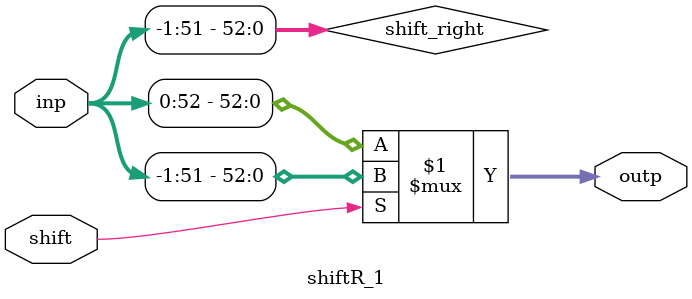
<source format=v>
`timescale 1ns/1ps

module shiftR_1 (
               inp,
	       shift,
	       outp
                );



input  [-1:52]   inp ;
input   	 shift ;
output [0:52] 	 outp ;


wire  [0:52]  outp;
wire [-1:51] shift_right = inp[-1:51] ;

assign outp = (shift) ? shift_right : inp[0:52] ;


endmodule

</source>
